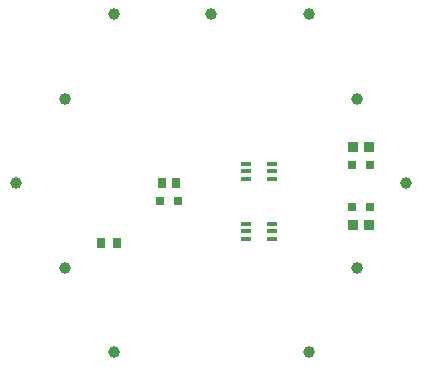
<source format=gtp>
G04*
G04 #@! TF.GenerationSoftware,Altium Limited,Altium Designer,25.8.1 (18)*
G04*
G04 Layer_Color=8421504*
%FSLAX44Y44*%
%MOMM*%
G71*
G04*
G04 #@! TF.SameCoordinates,49EF26A0-86A8-49CD-8BE6-FAAFDC87ECF6*
G04*
G04*
G04 #@! TF.FilePolarity,Positive*
G04*
G01*
G75*
%ADD17R,0.8500X0.9000*%
%ADD18R,0.8000X0.7500*%
G04:AMPARAMS|DCode=19|XSize=0.9mm|YSize=0.4mm|CornerRadius=0.05mm|HoleSize=0mm|Usage=FLASHONLY|Rotation=180.000|XOffset=0mm|YOffset=0mm|HoleType=Round|Shape=RoundedRectangle|*
%AMROUNDEDRECTD19*
21,1,0.9000,0.3000,0,0,180.0*
21,1,0.8000,0.4000,0,0,180.0*
1,1,0.1000,-0.4000,0.1500*
1,1,0.1000,0.4000,0.1500*
1,1,0.1000,0.4000,-0.1500*
1,1,0.1000,-0.4000,-0.1500*
%
%ADD19ROUNDEDRECTD19*%
%ADD20R,0.8000X0.9500*%
%ADD21R,0.6400X0.8900*%
G04:AMPARAMS|DCode=22|XSize=1mm|YSize=1mm|CornerRadius=0.5mm|HoleSize=0mm|Usage=FLASHONLY|Rotation=300.000|XOffset=0mm|YOffset=0mm|HoleType=Round|Shape=RoundedRectangle|*
%AMROUNDEDRECTD22*
21,1,1.0000,0.0000,0,0,300.0*
21,1,0.0000,1.0000,0,0,300.0*
1,1,1.0000,0.0000,0.0000*
1,1,1.0000,0.0000,0.0000*
1,1,1.0000,0.0000,0.0000*
1,1,1.0000,0.0000,0.0000*
%
%ADD22ROUNDEDRECTD22*%
G04:AMPARAMS|DCode=23|XSize=1mm|YSize=1mm|CornerRadius=0.5mm|HoleSize=0mm|Usage=FLASHONLY|Rotation=60.000|XOffset=0mm|YOffset=0mm|HoleType=Round|Shape=RoundedRectangle|*
%AMROUNDEDRECTD23*
21,1,1.0000,0.0000,0,0,60.0*
21,1,0.0000,1.0000,0,0,60.0*
1,1,1.0000,0.0000,0.0000*
1,1,1.0000,0.0000,0.0000*
1,1,1.0000,0.0000,0.0000*
1,1,1.0000,0.0000,0.0000*
%
%ADD23ROUNDEDRECTD23*%
G04:AMPARAMS|DCode=24|XSize=1mm|YSize=1mm|CornerRadius=0.5mm|HoleSize=0mm|Usage=FLASHONLY|Rotation=180.000|XOffset=0mm|YOffset=0mm|HoleType=Round|Shape=RoundedRectangle|*
%AMROUNDEDRECTD24*
21,1,1.0000,0.0000,0,0,180.0*
21,1,0.0000,1.0000,0,0,180.0*
1,1,1.0000,0.0000,0.0000*
1,1,1.0000,0.0000,0.0000*
1,1,1.0000,0.0000,0.0000*
1,1,1.0000,0.0000,0.0000*
%
%ADD24ROUNDEDRECTD24*%
%ADD25R,0.8000X0.8000*%
D17*
X120500Y30480D02*
D03*
X133500Y-35560D02*
D03*
X120500D02*
D03*
X133500Y30480D02*
D03*
D18*
X119500Y15240D02*
D03*
X134500Y-20320D02*
D03*
X119500D02*
D03*
X134500Y15240D02*
D03*
D19*
X51640Y10160D02*
D03*
X29640Y-40640D02*
D03*
X51640Y-34140D02*
D03*
Y3660D02*
D03*
Y-40640D02*
D03*
Y16660D02*
D03*
X29640D02*
D03*
Y10160D02*
D03*
Y3660D02*
D03*
X51640Y-47140D02*
D03*
X29640Y-34140D02*
D03*
Y-47140D02*
D03*
D20*
X-41810Y0D02*
D03*
X-29310D02*
D03*
D21*
X-79360Y-50800D02*
D03*
X-93360D02*
D03*
D22*
X123901Y-71601D02*
D03*
X-123901Y71401D02*
D03*
X82601Y-143101D02*
D03*
X-82601Y143101D02*
D03*
D23*
X0D02*
D03*
X-82601Y-143101D02*
D03*
X82601Y143101D02*
D03*
D24*
X-123901Y-71501D02*
D03*
X123901Y71501D02*
D03*
X-165199Y0D02*
D03*
X165199D02*
D03*
D25*
X-43060Y-15240D02*
D03*
X-28060D02*
D03*
M02*

</source>
